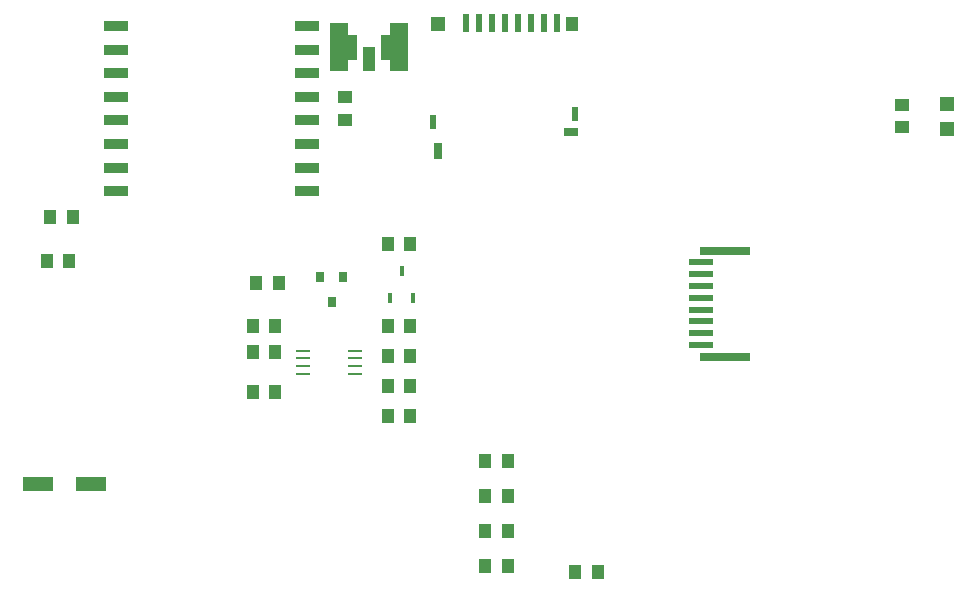
<source format=gtp>
G04 DipTrace 3.3.1.3*
G04 Teensy4.0TouchDisplayLoRa.gtp*
%MOIN*%
G04 #@! TF.FileFunction,Paste,Top*
G04 #@! TF.Part,Single*
%AMOUTLINE4*
4,1,4,
-0.03937,-0.015748,
0.03937,-0.015748,
0.03937,0.015748,
-0.03937,0.015748,
-0.03937,-0.015748,
0*%
%AMOUTLINE5*
4,1,4,
0.03937,0.015748,
-0.03937,0.015748,
-0.03937,-0.015748,
0.03937,-0.015748,
0.03937,0.015748,
0*%
%AMOUTLINE6*
4,1,4,
0.03,0.08,
-0.03,0.08,
-0.03,-0.08,
0.03,-0.08,
0.03,0.08,
0*%
%AMOUTLINE7*
4,1,4,
0.02,0.04,
-0.02,0.04,
-0.02,-0.04,
0.02,-0.04,
0.02,0.04,
0*%
%ADD35R,0.1X0.05*%
%ADD48R,0.07874X0.023622*%
%ADD49R,0.165354X0.027559*%
%ADD55R,0.047244X0.047244*%
%ADD57R,0.031496X0.035433*%
%ADD88R,0.047238X0.007868*%
%ADD96R,0.017711X0.033459*%
%ADD112R,0.049207X0.03149*%
%ADD114R,0.023616X0.051175*%
%ADD116R,0.023616X0.047238*%
%ADD118R,0.03149X0.053144*%
%ADD120R,0.019679X0.061018*%
%ADD128R,0.051175X0.051175*%
%ADD132R,0.043301X0.051175*%
%ADD134R,0.051175X0.043301*%
%ADD145OUTLINE4*%
%ADD146OUTLINE5*%
%ADD147OUTLINE6*%
%ADD148OUTLINE7*%
%FSLAX26Y26*%
G04*
G70*
G90*
G75*
G01*
G04 TopPaste*
%LPD*%
D35*
X841200Y768700D3*
X666200D3*
D134*
X1687314Y2056025D3*
Y1981222D3*
D132*
X2456298Y473700D3*
X2531102D3*
X706167Y1656067D3*
X780970D3*
X768661Y1512333D3*
X693857D3*
D120*
X2396771Y2304415D3*
X2353424D3*
X2310157D3*
X2266823Y2304428D3*
X2223516D3*
X2180222D3*
X2136902D3*
X2093621Y2304415D3*
D132*
X2443976Y2299691D3*
D128*
X1997125D3*
D118*
X1999501Y1879035D3*
D116*
X1983372Y1974704D3*
D114*
X2453818Y2000321D3*
D112*
X2441259Y1941266D3*
D48*
X2874015Y1230905D3*
Y1270275D3*
Y1309645D3*
Y1388385D3*
Y1349015D3*
Y1427755D3*
Y1467125D3*
Y1506495D3*
D49*
X2956692Y1191535D3*
Y1545865D3*
D55*
X3693700Y2035039D3*
Y1952361D3*
D57*
X1681102Y1458070D3*
X1606298D3*
X1643700Y1375393D3*
D96*
X1839747Y1386911D3*
X1914550D3*
X1877149Y1477462D3*
D132*
X2231102Y610367D3*
X2156298D3*
X1906102Y1568700D3*
X1831298D3*
X1393595Y1437340D3*
X1468398D3*
X2231102Y843700D3*
X2156298D3*
D134*
X3543700Y1956298D3*
Y2031102D3*
D132*
X2156298Y493700D3*
X2231102D3*
X1906102Y1293923D3*
X1831298D3*
X1456088Y1293606D3*
X1381285D3*
X1906102Y1193829D3*
X1831298D3*
Y1093733D3*
X1906102D3*
X1456088Y1074878D3*
X1381285D3*
X1456088Y1206115D3*
X1381285D3*
X1831298Y993637D3*
X1906102D3*
X2231102Y727033D3*
X2156298D3*
D145*
X1562598Y1743104D3*
Y1821844D3*
Y1900585D3*
Y1979325D3*
Y2058065D3*
Y2136805D3*
Y2215545D3*
Y2294285D3*
D146*
X924802D3*
Y2215545D3*
Y2136805D3*
Y2058065D3*
Y1979325D3*
Y1900585D3*
Y1821844D3*
Y1743104D3*
D88*
X1549829Y1212364D3*
Y1186773D3*
Y1161183D3*
Y1135592D3*
X1723057D3*
Y1161183D3*
Y1186773D3*
Y1212364D3*
G36*
X1787572Y2148729D2*
X1749534D1*
Y2178721D1*
X1787572D1*
Y2148729D1*
G37*
G36*
X1839494Y2181752D2*
X1807436D1*
Y2265719D1*
X1839494D1*
Y2181752D1*
G37*
G36*
X1697690Y2265771D2*
X1729618D1*
Y2181752D1*
X1697690D1*
Y2265771D1*
G37*
D147*
X1668566Y2224758D3*
X1868566D3*
D148*
X1768566Y2184758D3*
M02*

</source>
